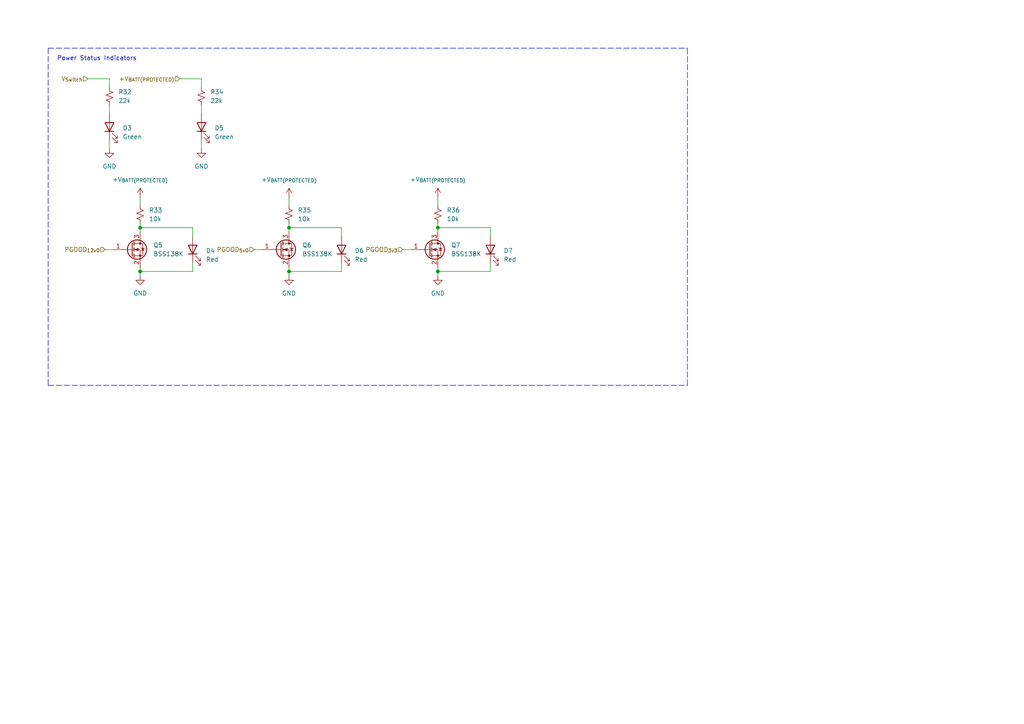
<source format=kicad_sch>
(kicad_sch (version 20211123) (generator eeschema)
  (paper "A4")
  (title_block (title "Bodge Control") (date "2022-11-23") (rev "1.0.0") (company "The A-Team (RC SSL)") (comment 1 "W. Stuckey & R. Osawa"))
  (lib_symbols
    (symbol "AT-Supplies:+V_{BATT(PROTECTED)}" (power) (pin_names (offset 0)) (in_bom no) (on_board no)
      (property "Value" "+V_{BATT(PROTECTED)}" (at 0 5.08 0))
      (symbol "+V_{BATT(PROTECTED)}_0_1"
        (polyline (pts (xy -0.76 1.27) (xy 0.002 2.54)))
        (polyline (pts (xy 0.002 0) (xy 0.002 2.54)))
        (polyline (pts (xy 0.002 2.54) (xy 0.764 1.27)))
      )
      (symbol "+V_{BATT(PROTECTED)}_1_1"
        (pin power_in line (at 0 0 90) (length 0) hide (name "+V_{BATT(PROTECTED)}") (number "1"))
      )
    )
    (symbol "Device:LED" (pin_numbers hide) (pin_names (offset 1.016) hide)
      (property "Reference" "D" (at 0 2.54 0))
      (property "Value" "LED" (at 0 -2.54 0))
      (symbol "LED_0_1"
        (polyline (pts (xy -1.27 -1.27) (xy -1.27 1.27)) (stroke (width 0.254)))
        (polyline (pts (xy -1.27 0) (xy 1.27 0)))
        (polyline (pts (xy 1.27 -1.27) (xy 1.27 1.27) (xy -1.27 0) (xy 1.27 -1.27)) (stroke (width 0.254)))
        (polyline (pts (xy -3.048 -0.762) (xy -4.572 -2.286) (xy -3.81 -2.286) (xy -4.572 -2.286) (xy -4.572 -1.524)))
        (polyline (pts (xy -1.778 -0.762) (xy -3.302 -2.286) (xy -2.54 -2.286) (xy -3.302 -2.286) (xy -3.302 -1.524)))
      )
      (symbol "LED_1_1"
        (pin passive line (at -3.81 0 0) (length 2.54) (name "K") (number "1"))
        (pin passive line (at 3.81 0 180) (length 2.54) (name "A") (number "2"))
      )
    )
    (symbol "Device:Q_NMOS_GSD" (pin_names (offset 0) hide)
      (property "Reference" "Q" (at 5.08 1.27 0))
      (property "Value" "Q_NMOS_GSD" (at 5.08 -1.27 0))
      (symbol "Q_NMOS_GSD_0_1"
        (polyline (pts (xy 0.254 0) (xy -2.54 0)))
        (polyline (pts (xy 0.254 1.905) (xy 0.254 -1.905)) (stroke (width 0.254)))
        (polyline (pts (xy 0.762 -1.27) (xy 0.762 -2.286)) (stroke (width 0.254)))
        (polyline (pts (xy 0.762 0.508) (xy 0.762 -0.508)) (stroke (width 0.254)))
        (polyline (pts (xy 0.762 2.286) (xy 0.762 1.27)) (stroke (width 0.254)))
        (polyline (pts (xy 2.54 2.54) (xy 2.54 1.778)))
        (polyline (pts (xy 2.54 -2.54) (xy 2.54 0) (xy 0.762 0)))
        (polyline (pts (xy 0.762 -1.778) (xy 3.302 -1.778) (xy 3.302 1.778) (xy 0.762 1.778)))
        (polyline (pts (xy 1.016 0) (xy 2.032 0.381) (xy 2.032 -0.381) (xy 1.016 0)) (fill (type outline)))
        (polyline (pts (xy 2.794 0.508) (xy 2.921 0.381) (xy 3.683 0.381) (xy 3.81 0.254)))
        (polyline (pts (xy 3.302 0.381) (xy 2.921 -0.254) (xy 3.683 -0.254) (xy 3.302 0.381)))
        (circle (center 1.651 0) (radius 2.794) (stroke (width 0.254)))
        (circle (center 2.54 -1.778) (radius 0.254) (fill (type outline)))
        (circle (center 2.54 1.778) (radius 0.254) (fill (type outline)))
      )
      (symbol "Q_NMOS_GSD_1_1"
        (pin input line (at -5.08 0 0) (length 2.54) (name "G") (number "1"))
        (pin passive line (at 2.54 -5.08 90) (length 2.54) (name "S") (number "2"))
        (pin passive line (at 2.54 5.08 270) (length 2.54) (name "D") (number "3"))
      )
    )
    (symbol "Device:R_Small_US" (pin_numbers hide) (pin_names (offset 0.254) hide)
      (property "Reference" "R" (at 0.762 0.508 0))
      (property "Value" "R_Small_US" (at 0.762 -1.016 0))
      (symbol "R_Small_US_1_1"
        (polyline (pts (xy 0 0) (xy 1.016 -0.381) (xy 0 -0.762) (xy -1.016 -1.143) (xy 0 -1.524)))
        (polyline (pts (xy 0 1.524) (xy 1.016 1.143) (xy 0 0.762) (xy -1.016 0.381) (xy 0 0)))
        (pin passive line (at 0 2.54 270) (length 1.016) (name "~") (number "1"))
        (pin passive line (at 0 -2.54 90) (length 1.016) (name "~") (number "2"))
      )
    )
    (symbol "power:GND" (power) (pin_names (offset 0))
      (property "Value" "GND" (at 0 -3.81 0))
      (symbol "GND_0_1"
        (polyline (pts (xy 0 0) (xy 0 -1.27) (xy 1.27 -1.27) (xy 0 -2.54) (xy -1.27 -1.27) (xy 0 -1.27)))
      )
      (symbol "GND_1_1"
        (pin power_in line (at 0 0 270) (length 0) hide (name "GND") (number "1"))
      )
    )
  )
  (junction (at 40.64 78.74))
  (junction (at 83.82 66.04))
  (junction (at 83.82 78.74))
  (junction (at 40.64 66.04))
  (junction (at 127 66.04))
  (junction (at 127 78.74))
  (polyline (pts (xy 13.97 13.97) (xy 199.39 13.97)) (stroke (width 0) (type dash)))
  (wire (pts (xy 127 57.15) (xy 127 59.69)))
  (polyline (pts (xy 13.97 111.76) (xy 199.39 111.76)) (stroke (width 0) (type dash)))
  (wire (pts (xy 83.82 64.77) (xy 83.82 66.04)))
  (wire (pts (xy 127 66.04) (xy 142.24 66.04)))
  (wire (pts (xy 142.24 68.58) (xy 142.24 66.04)))
  (wire (pts (xy 40.64 77.47) (xy 40.64 78.74)))
  (wire (pts (xy 83.82 66.04) (xy 83.82 67.31)))
  (wire (pts (xy 127 78.74) (xy 127 80.01)))
  (wire (pts (xy 99.06 68.58) (xy 99.06 66.04)))
  (wire (pts (xy 31.75 30.48) (xy 31.75 33.02)))
  (wire (pts (xy 99.06 76.2) (xy 99.06 78.74)))
  (wire (pts (xy 142.24 76.2) (xy 142.24 78.74)))
  (wire (pts (xy 127 64.77) (xy 127 66.04)))
  (wire (pts (xy 83.82 78.74) (xy 99.06 78.74)))
  (wire (pts (xy 40.64 78.74) (xy 40.64 80.01)))
  (wire (pts (xy 83.82 77.47) (xy 83.82 78.74)))
  (wire (pts (xy 127 78.74) (xy 142.24 78.74)))
  (wire (pts (xy 116.84 72.39) (xy 119.38 72.39)))
  (wire (pts (xy 40.64 78.74) (xy 55.88 78.74)))
  (wire (pts (xy 83.82 57.15) (xy 83.82 59.69)))
  (wire (pts (xy 58.42 40.64) (xy 58.42 43.18)))
  (wire (pts (xy 31.75 40.64) (xy 31.75 43.18)))
  (wire (pts (xy 30.48 72.39) (xy 33.02 72.39)))
  (wire (pts (xy 127 66.04) (xy 127 67.31)))
  (wire (pts (xy 40.64 64.77) (xy 40.64 66.04)))
  (wire (pts (xy 73.66 72.39) (xy 76.2 72.39)))
  (wire (pts (xy 55.88 68.58) (xy 55.88 66.04)))
  (wire (pts (xy 31.75 22.86) (xy 31.75 25.4)))
  (wire (pts (xy 25.4 22.86) (xy 31.75 22.86)))
  (wire (pts (xy 40.64 66.04) (xy 40.64 67.31)))
  (wire (pts (xy 52.07 22.86) (xy 58.42 22.86)))
  (wire (pts (xy 83.82 78.74) (xy 83.82 80.01)))
  (polyline (pts (xy 13.97 13.97) (xy 13.97 111.76)) (stroke (width 0) (type dash)))
  (wire (pts (xy 40.64 57.15) (xy 40.64 59.69)))
  (polyline (pts (xy 199.39 111.76) (xy 199.39 13.97)) (stroke (width 0) (type dash)))
  (wire (pts (xy 58.42 22.86) (xy 58.42 25.4)))
  (wire (pts (xy 127 77.47) (xy 127 78.74)))
  (wire (pts (xy 58.42 30.48) (xy 58.42 33.02)))
  (wire (pts (xy 40.64 66.04) (xy 55.88 66.04)))
  (wire (pts (xy 83.82 66.04) (xy 99.06 66.04)))
  (wire (pts (xy 55.88 76.2) (xy 55.88 78.74)))
  (text "Power Status Indicators" (at 16.51 17.78 0) (effects (font (size 1.27 1.27)) (justify left bottom)))
  (hierarchical_label "PGOOD_{5v0}" (shape input) (at 73.66 72.39 180))
  (hierarchical_label "V_{Switch}" (shape input) (at 25.4 22.86 180))
  (hierarchical_label "PGOOD_{12v0}" (shape input) (at 30.48 72.39 180))
  (hierarchical_label "+V_{BATT(PROTECTED)}" (shape input) (at 52.07 22.86 180))
  (hierarchical_label "PGOOD_{3v3}" (shape input) (at 116.84 72.39 180))
  (symbol (lib_id "power:GND") (at 83.82 80.01 0) (unit 1)
    (property "Reference" "#PWR083" (effects hide))
    (property "Value" "GND" (at 83.82 85.09 0))
  )
  (symbol (lib_id "power:GND") (at 127 80.01 0) (unit 1)
    (property "Reference" "#PWR085" (effects hide))
    (property "Value" "GND" (at 127 85.09 0))
  )
  (symbol (lib_id "power:GND") (at 31.75 43.18 0) (unit 1)
    (property "Reference" "#PWR078" (effects hide))
    (property "Value" "GND" (at 31.75 48.26 0))
  )
  (symbol (lib_id "Device:R_Small_US") (at 58.42 27.94 0) (unit 1)
    (property "Reference" "R34" (at 60.96 26.6699 0) (effects (justify left)))
    (property "Value" "22k" (at 60.96 29.2099 0) (effects (justify left)))
    (property "Footprint" "Resistor_SMD:R_0402_1005Metric_Pad0.72x0.64mm_HandSolder" (effects hide))
  )
  (symbol (lib_id "power:GND") (at 58.42 43.18 0) (unit 1)
    (property "Reference" "#PWR081" (effects hide))
    (property "Value" "GND" (at 58.42 48.26 0))
  )
  (symbol (lib_id "AT-Supplies:+V_{BATT(PROTECTED)}") (at 127 57.15 0) (unit 1) (in_bom no) (on_board no)
    (property "Reference" "#PWR084" (effects hide))
    (property "Value" "+V_{BATT(PROTECTED)}" (at 127.002 52.07 0))
  )
  (symbol (lib_id "Device:LED") (at 99.06 72.39 90) (unit 1)
    (property "Reference" "D6" (at 102.87 72.7074 90) (effects (justify right)))
    (property "Value" "Red" (at 102.87 75.2474 90) (effects (justify right)))
    (property "Footprint" "AT-LED:LED0603" (effects hide))
  )
  (symbol (lib_id "Device:LED") (at 58.42 36.83 90) (unit 1)
    (property "Reference" "D5" (at 62.23 37.1474 90) (effects (justify right)))
    (property "Value" "Green" (at 62.23 39.6874 90) (effects (justify right)))
    (property "Footprint" "AT-LED:LED0603" (effects hide))
  )
  (symbol (lib_id "AT-Supplies:+V_{BATT(PROTECTED)}") (at 40.64 57.15 0) (unit 1) (in_bom no) (on_board no)
    (property "Reference" "#PWR079" (effects hide))
    (property "Value" "+V_{BATT(PROTECTED)}" (at 40.642 52.07 0))
  )
  (symbol (lib_id "Device:LED") (at 31.75 36.83 90) (unit 1)
    (property "Reference" "D3" (at 35.56 37.1474 90) (effects (justify right)))
    (property "Value" "Green" (at 35.56 39.6874 90) (effects (justify right)))
    (property "Footprint" "AT-LED:LED0603" (effects hide))
  )
  (symbol (lib_id "Device:R_Small_US") (at 40.64 62.23 0) (unit 1)
    (property "Reference" "R33" (at 43.18 60.9599 0) (effects (justify left)))
    (property "Value" "10k" (at 43.18 63.4999 0) (effects (justify left)))
    (property "Footprint" "Resistor_SMD:R_0402_1005Metric_Pad0.72x0.64mm_HandSolder" (effects hide))
  )
  (symbol (lib_id "Device:R_Small_US") (at 83.82 62.23 0) (unit 1)
    (property "Reference" "R35" (at 86.36 60.9599 0) (effects (justify left)))
    (property "Value" "10k" (at 86.36 63.4999 0) (effects (justify left)))
    (property "Footprint" "Resistor_SMD:R_0402_1005Metric_Pad0.72x0.64mm_HandSolder" (effects hide))
  )
  (symbol (lib_id "Device:R_Small_US") (at 127 62.23 0) (unit 1)
    (property "Reference" "R36" (at 129.54 60.9599 0) (effects (justify left)))
    (property "Value" "10k" (at 129.54 63.4999 0) (effects (justify left)))
    (property "Footprint" "Resistor_SMD:R_0402_1005Metric_Pad0.72x0.64mm_HandSolder" (effects hide))
  )
  (symbol (lib_id "Device:Q_NMOS_GSD") (at 124.46 72.39 0) (unit 1)
    (property "Reference" "Q7" (at 130.81 71.1199 0) (effects (justify left)))
    (property "Value" "BSS138K" (at 130.81 73.6599 0) (effects (justify left)))
    (property "Footprint" "Package_TO_SOT_SMD:SOT-23" (effects hide))
  )
  (symbol (lib_id "Device:R_Small_US") (at 31.75 27.94 0) (unit 1)
    (property "Reference" "R32" (at 34.29 26.6699 0) (effects (justify left)))
    (property "Value" "22k" (at 34.29 29.2099 0) (effects (justify left)))
    (property "Footprint" "Resistor_SMD:R_0402_1005Metric_Pad0.72x0.64mm_HandSolder" (effects hide))
  )
  (symbol (lib_id "Device:LED") (at 55.88 72.39 90) (unit 1)
    (property "Reference" "D4" (at 59.69 72.7074 90) (effects (justify right)))
    (property "Value" "Red" (at 59.69 75.2474 90) (effects (justify right)))
    (property "Footprint" "AT-LED:LED0603" (effects hide))
  )
  (symbol (lib_id "Device:Q_NMOS_GSD") (at 81.28 72.39 0) (unit 1)
    (property "Reference" "Q6" (at 87.63 71.1199 0) (effects (justify left)))
    (property "Value" "BSS138K" (at 87.63 73.6599 0) (effects (justify left)))
    (property "Footprint" "Package_TO_SOT_SMD:SOT-23" (effects hide))
  )
  (symbol (lib_id "AT-Supplies:+V_{BATT(PROTECTED)}") (at 83.82 57.15 0) (unit 1) (in_bom no) (on_board no)
    (property "Reference" "#PWR082" (effects hide))
    (property "Value" "+V_{BATT(PROTECTED)}" (at 83.822 52.07 0))
  )
  (symbol (lib_id "power:GND") (at 40.64 80.01 0) (unit 1)
    (property "Reference" "#PWR080" (effects hide))
    (property "Value" "GND" (at 40.64 85.09 0))
  )
  (symbol (lib_id "Device:LED") (at 142.24 72.39 90) (unit 1)
    (property "Reference" "D7" (at 146.05 72.7074 90) (effects (justify right)))
    (property "Value" "Red" (at 146.05 75.2474 90) (effects (justify right)))
    (property "Footprint" "AT-LED:LED0603" (effects hide))
  )
  (symbol (lib_id "Device:Q_NMOS_GSD") (at 38.1 72.39 0) (unit 1)
    (property "Reference" "Q5" (at 44.45 71.1199 0) (effects (justify left)))
    (property "Value" "BSS138K" (at 44.45 73.6599 0) (effects (justify left)))
    (property "Footprint" "Package_TO_SOT_SMD:SOT-23" (effects hide))
  )
)
</source>
